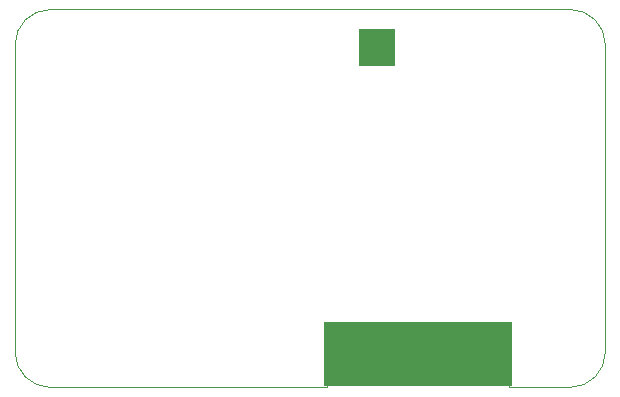
<source format=gbr>
%TF.GenerationSoftware,Altium Limited,Altium Designer,20.1.8 (145)*%
G04 Layer_Color=16711935*
%FSLAX45Y45*%
%MOMM*%
%TF.SameCoordinates,D4C556C9-1411-47D8-9651-3FCF20F6754B*%
%TF.FilePolarity,Positive*%
%TF.FileFunction,Keep-out,Top*%
%TF.Part,Single*%
G01*
G75*
%TA.AperFunction,NonConductor*%
%ADD76C,0.02540*%
%ADD77R,16.00000X5.50967*%
G36*
X2912701Y2721520D02*
X2912702Y3031519D01*
X3217283Y3031519D01*
X3217282Y2721519D01*
X2912701Y2721520D01*
D02*
G37*
D76*
X4999999Y2900000D02*
G03*
X4699999Y3200000I-300000J0D01*
G01*
X4179120Y440000D02*
G03*
X4079120Y540000I-100000J0D01*
G01*
X2739121D02*
G03*
X2639120Y440000I0J-100000D01*
G01*
X300000Y3200000D02*
G03*
X-0Y2900000I0J-300000D01*
G01*
X4699999Y-0D02*
G03*
X5000000Y300000I0J300000D01*
G01*
X0Y300000D02*
G03*
X300000Y0I300000J0D01*
G01*
X5000000Y300000D02*
Y2900000D01*
X299610Y3200000D02*
X4699999Y3200000D01*
X2739121Y540000D02*
X4079120D01*
X4179120Y0D02*
Y440000D01*
X2639120Y0D02*
Y440000D01*
X4179120Y0D02*
X4699999D01*
X300000Y-0D02*
X2639120Y0D01*
X0Y300000D02*
Y2900000D01*
D77*
X3411115Y279147D02*
D03*
%TF.MD5,0d2f14b36980804d57a5d12c6a0d4a03*%
M02*

</source>
